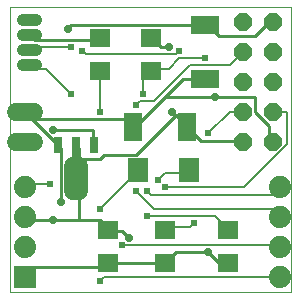
<source format=gbl>
G75*
%MOIN*%
%OFA0B0*%
%FSLAX24Y24*%
%IPPOS*%
%LPD*%
%AMOC8*
5,1,8,0,0,1.08239X$1,22.5*
%
%ADD10C,0.0000*%
%ADD11R,0.0709X0.0630*%
%ADD12R,0.0700X0.0800*%
%ADD13R,0.0315X0.0551*%
%ADD14R,0.0315X0.0748*%
%ADD15C,0.0600*%
%ADD16OC8,0.0600*%
%ADD17C,0.0413*%
%ADD18C,0.0740*%
%ADD19R,0.0740X0.0740*%
%ADD20R,0.0945X0.0591*%
%ADD21R,0.0591X0.0945*%
%ADD22C,0.0100*%
%ADD23C,0.0280*%
%ADD24C,0.0080*%
%ADD25C,0.0240*%
D10*
X000535Y000300D02*
X000535Y009796D01*
X009905Y009796D01*
X009905Y000300D01*
X000535Y000300D01*
D11*
X003785Y001249D03*
X003785Y002351D03*
X005685Y002351D03*
X005685Y001249D03*
X007785Y001249D03*
X007785Y002351D03*
X005235Y007649D03*
X005235Y008751D03*
X003535Y008751D03*
X003535Y007649D03*
D12*
X004785Y004350D03*
X006485Y004350D03*
D13*
X003335Y005200D03*
X002135Y005200D03*
D14*
X002735Y005100D03*
D15*
X002835Y003662D02*
X002635Y003662D01*
X002635Y004498D01*
X002835Y004498D01*
X002835Y003662D01*
X002835Y004261D02*
X002635Y004261D01*
X001335Y005300D02*
X000735Y005300D01*
X000735Y006300D02*
X001335Y006300D01*
D16*
X008285Y006300D03*
X009285Y006300D03*
X009285Y005300D03*
X008285Y005300D03*
X008285Y007300D03*
X009285Y007300D03*
X009285Y008300D03*
X008285Y008300D03*
X008285Y009300D03*
X009285Y009300D03*
D17*
X001392Y009350D02*
X000978Y009350D01*
X000978Y008850D02*
X001392Y008850D01*
X001392Y008350D02*
X000978Y008350D01*
X000978Y007850D02*
X001392Y007850D01*
D18*
X001035Y003800D03*
X001035Y002800D03*
X001035Y001800D03*
X009535Y001800D03*
X009535Y000800D03*
X009535Y002800D03*
X009535Y003800D03*
D19*
X001035Y000800D03*
D20*
X007035Y007394D03*
X007035Y009206D03*
D21*
X006441Y005800D03*
X004630Y005800D03*
D22*
X004615Y005820D01*
X004375Y006060D01*
X001255Y006060D01*
X001035Y006300D01*
X001015Y006300D01*
X001255Y006060D01*
X002095Y005220D01*
X002135Y005200D01*
X002215Y005100D01*
X002215Y003300D01*
X001975Y002700D02*
X002815Y002700D01*
X002815Y004020D01*
X002735Y004080D01*
X002815Y004140D01*
X002815Y004740D01*
X002735Y005100D01*
X002815Y005100D01*
X002815Y004740D01*
X003535Y004740D01*
X003655Y004860D01*
X004735Y004860D01*
X006055Y006180D01*
X005935Y006300D01*
X006055Y006180D02*
X006415Y005820D01*
X006441Y005800D01*
X006535Y005700D01*
X006895Y005340D01*
X008215Y005340D01*
X008285Y005300D01*
X009175Y005340D02*
X009285Y005300D01*
X009175Y005340D02*
X009175Y005820D01*
X008695Y006300D01*
X008695Y006780D01*
X007375Y006780D01*
X005695Y006780D01*
X004735Y005820D01*
X004630Y005800D01*
X005695Y006780D02*
X006295Y007380D01*
X007015Y007380D01*
X007035Y007394D01*
X005815Y008460D02*
X005575Y008460D01*
X005335Y008700D01*
X005235Y008751D01*
X003535Y008700D02*
X003535Y008751D01*
X003535Y008700D02*
X001375Y008700D01*
X001255Y008820D01*
X001185Y008850D01*
X002455Y009060D02*
X002575Y009180D01*
X007015Y009180D01*
X007035Y009206D01*
X007135Y009180D01*
X007495Y008820D01*
X008695Y008820D01*
X009175Y009300D01*
X009285Y009300D01*
X003335Y005200D02*
X003295Y005220D01*
X003295Y005700D01*
X001975Y005700D01*
X001035Y002800D02*
X001135Y002700D01*
X001975Y002700D01*
X002815Y002700D02*
X003535Y002700D01*
X003775Y002460D01*
X003785Y002351D01*
X003895Y002340D01*
X004255Y002340D01*
X004495Y002100D01*
X003895Y001260D02*
X003785Y001249D01*
X003775Y001140D01*
X001375Y001140D01*
X001035Y000800D01*
X003895Y001260D02*
X005575Y001260D01*
X005685Y001249D01*
X005695Y001260D01*
X006055Y001620D01*
X007135Y001620D01*
X007495Y001260D01*
X007735Y001260D01*
X007785Y001249D01*
D23*
X007135Y001620D03*
X004495Y002100D03*
X002215Y003300D03*
X001975Y002700D03*
X001975Y005700D03*
X002455Y009060D03*
X005815Y008460D03*
X007375Y006780D03*
X005935Y006300D03*
D24*
X005335Y006660D02*
X006535Y007860D01*
X007855Y007860D01*
X008215Y008220D01*
X008285Y008300D01*
X007015Y008100D02*
X006175Y008100D01*
X005815Y007740D01*
X005335Y007740D01*
X005235Y007649D01*
X005215Y007620D01*
X004975Y007620D01*
X004975Y006900D01*
X004855Y006660D02*
X005335Y006660D01*
X004855Y006660D02*
X004735Y006540D01*
X003535Y006300D02*
X003535Y007649D01*
X003535Y007740D01*
X003055Y008220D02*
X002935Y008340D01*
X003055Y008220D02*
X006055Y008220D01*
X006175Y008340D01*
X007855Y006300D02*
X008285Y006300D01*
X007855Y006300D02*
X007135Y005580D01*
X006485Y004350D02*
X006415Y004260D01*
X005695Y004260D01*
X005455Y004020D01*
X005695Y003780D02*
X008335Y003780D01*
X009775Y005220D01*
X009775Y006300D01*
X009285Y006300D01*
X009535Y003800D02*
X009535Y003780D01*
X009295Y003540D01*
X005215Y003540D01*
X005095Y003660D01*
X004735Y003660D02*
X005335Y003060D01*
X009295Y003060D01*
X009535Y002820D01*
X009535Y002800D01*
X009535Y001860D02*
X009535Y001800D01*
X009535Y001860D02*
X004255Y001860D01*
X005095Y002820D02*
X007375Y002820D01*
X007735Y002460D01*
X007785Y002351D01*
X007855Y002340D01*
X006655Y002580D02*
X006535Y002460D01*
X005695Y002460D01*
X005685Y002351D01*
X003655Y000780D02*
X009535Y000780D01*
X009535Y000800D01*
X004735Y004260D02*
X004785Y004350D01*
X004735Y004260D02*
X003535Y003060D01*
X001855Y003900D02*
X001135Y003900D01*
X001035Y003800D01*
X003655Y000780D02*
X003535Y000660D01*
X002575Y006900D02*
X001735Y007740D01*
X001255Y007740D01*
X001185Y007850D01*
X001185Y008350D02*
X001255Y008460D01*
X002575Y008460D01*
D25*
X002575Y008460D03*
X002935Y008340D03*
X002575Y006900D03*
X003535Y006300D03*
X004735Y006540D03*
X004975Y006900D03*
X006175Y008340D03*
X007015Y008100D03*
X007135Y005580D03*
X005455Y004020D03*
X005695Y003780D03*
X005095Y003660D03*
X004735Y003660D03*
X005095Y002820D03*
X004255Y001860D03*
X003535Y000660D03*
X003535Y003060D03*
X001855Y003900D03*
X006655Y002580D03*
M02*

</source>
